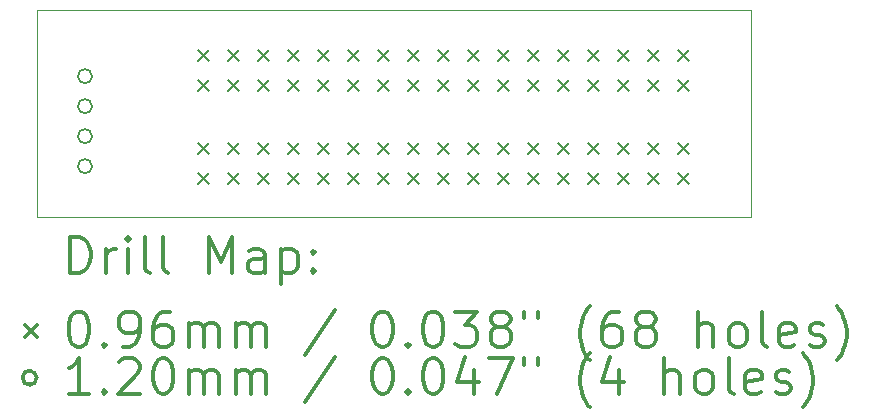
<source format=gbr>
%FSLAX45Y45*%
G04 Gerber Fmt 4.5, Leading zero omitted, Abs format (unit mm)*
G04 Created by KiCad (PCBNEW (5.1.5-0-10_14)) date 2020-02-19 17:33:14*
%MOMM*%
%LPD*%
G04 APERTURE LIST*
%TA.AperFunction,Profile*%
%ADD10C,0.050000*%
%TD*%
%ADD11C,0.200000*%
%ADD12C,0.300000*%
G04 APERTURE END LIST*
D10*
X3810000Y-3225800D02*
X9855200Y-3225800D01*
X3810000Y-4978400D02*
X3810000Y-3225800D01*
X9855200Y-4978400D02*
X3810000Y-4978400D01*
X9855200Y-3225800D02*
X9855200Y-4978400D01*
D11*
X5171450Y-3558550D02*
X5267950Y-3655050D01*
X5267950Y-3558550D02*
X5171450Y-3655050D01*
X5171450Y-3812550D02*
X5267950Y-3909050D01*
X5267950Y-3812550D02*
X5171450Y-3909050D01*
X5425450Y-3558550D02*
X5521950Y-3655050D01*
X5521950Y-3558550D02*
X5425450Y-3655050D01*
X5425450Y-3812550D02*
X5521950Y-3909050D01*
X5521950Y-3812550D02*
X5425450Y-3909050D01*
X5679450Y-3558550D02*
X5775950Y-3655050D01*
X5775950Y-3558550D02*
X5679450Y-3655050D01*
X5679450Y-3812550D02*
X5775950Y-3909050D01*
X5775950Y-3812550D02*
X5679450Y-3909050D01*
X5933450Y-3558550D02*
X6029950Y-3655050D01*
X6029950Y-3558550D02*
X5933450Y-3655050D01*
X5933450Y-3812550D02*
X6029950Y-3909050D01*
X6029950Y-3812550D02*
X5933450Y-3909050D01*
X6187450Y-3558550D02*
X6283950Y-3655050D01*
X6283950Y-3558550D02*
X6187450Y-3655050D01*
X6187450Y-3812550D02*
X6283950Y-3909050D01*
X6283950Y-3812550D02*
X6187450Y-3909050D01*
X6441450Y-3558550D02*
X6537950Y-3655050D01*
X6537950Y-3558550D02*
X6441450Y-3655050D01*
X6441450Y-3812550D02*
X6537950Y-3909050D01*
X6537950Y-3812550D02*
X6441450Y-3909050D01*
X6695450Y-3558550D02*
X6791950Y-3655050D01*
X6791950Y-3558550D02*
X6695450Y-3655050D01*
X6695450Y-3812550D02*
X6791950Y-3909050D01*
X6791950Y-3812550D02*
X6695450Y-3909050D01*
X6949450Y-3558550D02*
X7045950Y-3655050D01*
X7045950Y-3558550D02*
X6949450Y-3655050D01*
X6949450Y-3812550D02*
X7045950Y-3909050D01*
X7045950Y-3812550D02*
X6949450Y-3909050D01*
X7203450Y-3558550D02*
X7299950Y-3655050D01*
X7299950Y-3558550D02*
X7203450Y-3655050D01*
X7203450Y-3812550D02*
X7299950Y-3909050D01*
X7299950Y-3812550D02*
X7203450Y-3909050D01*
X7457450Y-3558550D02*
X7553950Y-3655050D01*
X7553950Y-3558550D02*
X7457450Y-3655050D01*
X7457450Y-3812550D02*
X7553950Y-3909050D01*
X7553950Y-3812550D02*
X7457450Y-3909050D01*
X7711450Y-3558550D02*
X7807950Y-3655050D01*
X7807950Y-3558550D02*
X7711450Y-3655050D01*
X7711450Y-3812550D02*
X7807950Y-3909050D01*
X7807950Y-3812550D02*
X7711450Y-3909050D01*
X7965450Y-3558550D02*
X8061950Y-3655050D01*
X8061950Y-3558550D02*
X7965450Y-3655050D01*
X7965450Y-3812550D02*
X8061950Y-3909050D01*
X8061950Y-3812550D02*
X7965450Y-3909050D01*
X8219450Y-3558550D02*
X8315950Y-3655050D01*
X8315950Y-3558550D02*
X8219450Y-3655050D01*
X8219450Y-3812550D02*
X8315950Y-3909050D01*
X8315950Y-3812550D02*
X8219450Y-3909050D01*
X8473450Y-3558550D02*
X8569950Y-3655050D01*
X8569950Y-3558550D02*
X8473450Y-3655050D01*
X8473450Y-3812550D02*
X8569950Y-3909050D01*
X8569950Y-3812550D02*
X8473450Y-3909050D01*
X8727450Y-3558550D02*
X8823950Y-3655050D01*
X8823950Y-3558550D02*
X8727450Y-3655050D01*
X8727450Y-3812550D02*
X8823950Y-3909050D01*
X8823950Y-3812550D02*
X8727450Y-3909050D01*
X8981450Y-3558550D02*
X9077950Y-3655050D01*
X9077950Y-3558550D02*
X8981450Y-3655050D01*
X8981450Y-3812550D02*
X9077950Y-3909050D01*
X9077950Y-3812550D02*
X8981450Y-3909050D01*
X9235450Y-3558550D02*
X9331950Y-3655050D01*
X9331950Y-3558550D02*
X9235450Y-3655050D01*
X9235450Y-3812550D02*
X9331950Y-3909050D01*
X9331950Y-3812550D02*
X9235450Y-3909050D01*
X5171450Y-4345950D02*
X5267950Y-4442450D01*
X5267950Y-4345950D02*
X5171450Y-4442450D01*
X5171450Y-4599950D02*
X5267950Y-4696450D01*
X5267950Y-4599950D02*
X5171450Y-4696450D01*
X5425450Y-4345950D02*
X5521950Y-4442450D01*
X5521950Y-4345950D02*
X5425450Y-4442450D01*
X5425450Y-4599950D02*
X5521950Y-4696450D01*
X5521950Y-4599950D02*
X5425450Y-4696450D01*
X5679450Y-4345950D02*
X5775950Y-4442450D01*
X5775950Y-4345950D02*
X5679450Y-4442450D01*
X5679450Y-4599950D02*
X5775950Y-4696450D01*
X5775950Y-4599950D02*
X5679450Y-4696450D01*
X5933450Y-4345950D02*
X6029950Y-4442450D01*
X6029950Y-4345950D02*
X5933450Y-4442450D01*
X5933450Y-4599950D02*
X6029950Y-4696450D01*
X6029950Y-4599950D02*
X5933450Y-4696450D01*
X6187450Y-4345950D02*
X6283950Y-4442450D01*
X6283950Y-4345950D02*
X6187450Y-4442450D01*
X6187450Y-4599950D02*
X6283950Y-4696450D01*
X6283950Y-4599950D02*
X6187450Y-4696450D01*
X6441450Y-4345950D02*
X6537950Y-4442450D01*
X6537950Y-4345950D02*
X6441450Y-4442450D01*
X6441450Y-4599950D02*
X6537950Y-4696450D01*
X6537950Y-4599950D02*
X6441450Y-4696450D01*
X6695450Y-4345950D02*
X6791950Y-4442450D01*
X6791950Y-4345950D02*
X6695450Y-4442450D01*
X6695450Y-4599950D02*
X6791950Y-4696450D01*
X6791950Y-4599950D02*
X6695450Y-4696450D01*
X6949450Y-4345950D02*
X7045950Y-4442450D01*
X7045950Y-4345950D02*
X6949450Y-4442450D01*
X6949450Y-4599950D02*
X7045950Y-4696450D01*
X7045950Y-4599950D02*
X6949450Y-4696450D01*
X7203450Y-4345950D02*
X7299950Y-4442450D01*
X7299950Y-4345950D02*
X7203450Y-4442450D01*
X7203450Y-4599950D02*
X7299950Y-4696450D01*
X7299950Y-4599950D02*
X7203450Y-4696450D01*
X7457450Y-4345950D02*
X7553950Y-4442450D01*
X7553950Y-4345950D02*
X7457450Y-4442450D01*
X7457450Y-4599950D02*
X7553950Y-4696450D01*
X7553950Y-4599950D02*
X7457450Y-4696450D01*
X7711450Y-4345950D02*
X7807950Y-4442450D01*
X7807950Y-4345950D02*
X7711450Y-4442450D01*
X7711450Y-4599950D02*
X7807950Y-4696450D01*
X7807950Y-4599950D02*
X7711450Y-4696450D01*
X7965450Y-4345950D02*
X8061950Y-4442450D01*
X8061950Y-4345950D02*
X7965450Y-4442450D01*
X7965450Y-4599950D02*
X8061950Y-4696450D01*
X8061950Y-4599950D02*
X7965450Y-4696450D01*
X8219450Y-4345950D02*
X8315950Y-4442450D01*
X8315950Y-4345950D02*
X8219450Y-4442450D01*
X8219450Y-4599950D02*
X8315950Y-4696450D01*
X8315950Y-4599950D02*
X8219450Y-4696450D01*
X8473450Y-4345950D02*
X8569950Y-4442450D01*
X8569950Y-4345950D02*
X8473450Y-4442450D01*
X8473450Y-4599950D02*
X8569950Y-4696450D01*
X8569950Y-4599950D02*
X8473450Y-4696450D01*
X8727450Y-4345950D02*
X8823950Y-4442450D01*
X8823950Y-4345950D02*
X8727450Y-4442450D01*
X8727450Y-4599950D02*
X8823950Y-4696450D01*
X8823950Y-4599950D02*
X8727450Y-4696450D01*
X8981450Y-4345950D02*
X9077950Y-4442450D01*
X9077950Y-4345950D02*
X8981450Y-4442450D01*
X8981450Y-4599950D02*
X9077950Y-4696450D01*
X9077950Y-4599950D02*
X8981450Y-4696450D01*
X9235450Y-4345950D02*
X9331950Y-4442450D01*
X9331950Y-4345950D02*
X9235450Y-4442450D01*
X9235450Y-4599950D02*
X9331950Y-4696450D01*
X9331950Y-4599950D02*
X9235450Y-4696450D01*
X4276400Y-3784600D02*
G75*
G03X4276400Y-3784600I-60000J0D01*
G01*
X4276400Y-4038600D02*
G75*
G03X4276400Y-4038600I-60000J0D01*
G01*
X4276400Y-4292600D02*
G75*
G03X4276400Y-4292600I-60000J0D01*
G01*
X4276400Y-4546600D02*
G75*
G03X4276400Y-4546600I-60000J0D01*
G01*
D12*
X4093928Y-5446614D02*
X4093928Y-5146614D01*
X4165357Y-5146614D01*
X4208214Y-5160900D01*
X4236786Y-5189472D01*
X4251071Y-5218043D01*
X4265357Y-5275186D01*
X4265357Y-5318043D01*
X4251071Y-5375186D01*
X4236786Y-5403757D01*
X4208214Y-5432329D01*
X4165357Y-5446614D01*
X4093928Y-5446614D01*
X4393928Y-5446614D02*
X4393928Y-5246614D01*
X4393928Y-5303757D02*
X4408214Y-5275186D01*
X4422500Y-5260900D01*
X4451071Y-5246614D01*
X4479643Y-5246614D01*
X4579643Y-5446614D02*
X4579643Y-5246614D01*
X4579643Y-5146614D02*
X4565357Y-5160900D01*
X4579643Y-5175186D01*
X4593928Y-5160900D01*
X4579643Y-5146614D01*
X4579643Y-5175186D01*
X4765357Y-5446614D02*
X4736786Y-5432329D01*
X4722500Y-5403757D01*
X4722500Y-5146614D01*
X4922500Y-5446614D02*
X4893928Y-5432329D01*
X4879643Y-5403757D01*
X4879643Y-5146614D01*
X5265357Y-5446614D02*
X5265357Y-5146614D01*
X5365357Y-5360900D01*
X5465357Y-5146614D01*
X5465357Y-5446614D01*
X5736786Y-5446614D02*
X5736786Y-5289472D01*
X5722500Y-5260900D01*
X5693928Y-5246614D01*
X5636786Y-5246614D01*
X5608214Y-5260900D01*
X5736786Y-5432329D02*
X5708214Y-5446614D01*
X5636786Y-5446614D01*
X5608214Y-5432329D01*
X5593928Y-5403757D01*
X5593928Y-5375186D01*
X5608214Y-5346614D01*
X5636786Y-5332329D01*
X5708214Y-5332329D01*
X5736786Y-5318043D01*
X5879643Y-5246614D02*
X5879643Y-5546614D01*
X5879643Y-5260900D02*
X5908214Y-5246614D01*
X5965357Y-5246614D01*
X5993928Y-5260900D01*
X6008214Y-5275186D01*
X6022500Y-5303757D01*
X6022500Y-5389472D01*
X6008214Y-5418043D01*
X5993928Y-5432329D01*
X5965357Y-5446614D01*
X5908214Y-5446614D01*
X5879643Y-5432329D01*
X6151071Y-5418043D02*
X6165357Y-5432329D01*
X6151071Y-5446614D01*
X6136786Y-5432329D01*
X6151071Y-5418043D01*
X6151071Y-5446614D01*
X6151071Y-5260900D02*
X6165357Y-5275186D01*
X6151071Y-5289472D01*
X6136786Y-5275186D01*
X6151071Y-5260900D01*
X6151071Y-5289472D01*
X3711000Y-5892650D02*
X3807500Y-5989150D01*
X3807500Y-5892650D02*
X3711000Y-5989150D01*
X4151071Y-5776614D02*
X4179643Y-5776614D01*
X4208214Y-5790900D01*
X4222500Y-5805186D01*
X4236786Y-5833757D01*
X4251071Y-5890900D01*
X4251071Y-5962329D01*
X4236786Y-6019471D01*
X4222500Y-6048043D01*
X4208214Y-6062329D01*
X4179643Y-6076614D01*
X4151071Y-6076614D01*
X4122500Y-6062329D01*
X4108214Y-6048043D01*
X4093928Y-6019471D01*
X4079643Y-5962329D01*
X4079643Y-5890900D01*
X4093928Y-5833757D01*
X4108214Y-5805186D01*
X4122500Y-5790900D01*
X4151071Y-5776614D01*
X4379643Y-6048043D02*
X4393928Y-6062329D01*
X4379643Y-6076614D01*
X4365357Y-6062329D01*
X4379643Y-6048043D01*
X4379643Y-6076614D01*
X4536786Y-6076614D02*
X4593928Y-6076614D01*
X4622500Y-6062329D01*
X4636786Y-6048043D01*
X4665357Y-6005186D01*
X4679643Y-5948043D01*
X4679643Y-5833757D01*
X4665357Y-5805186D01*
X4651071Y-5790900D01*
X4622500Y-5776614D01*
X4565357Y-5776614D01*
X4536786Y-5790900D01*
X4522500Y-5805186D01*
X4508214Y-5833757D01*
X4508214Y-5905186D01*
X4522500Y-5933757D01*
X4536786Y-5948043D01*
X4565357Y-5962329D01*
X4622500Y-5962329D01*
X4651071Y-5948043D01*
X4665357Y-5933757D01*
X4679643Y-5905186D01*
X4936786Y-5776614D02*
X4879643Y-5776614D01*
X4851071Y-5790900D01*
X4836786Y-5805186D01*
X4808214Y-5848043D01*
X4793928Y-5905186D01*
X4793928Y-6019471D01*
X4808214Y-6048043D01*
X4822500Y-6062329D01*
X4851071Y-6076614D01*
X4908214Y-6076614D01*
X4936786Y-6062329D01*
X4951071Y-6048043D01*
X4965357Y-6019471D01*
X4965357Y-5948043D01*
X4951071Y-5919471D01*
X4936786Y-5905186D01*
X4908214Y-5890900D01*
X4851071Y-5890900D01*
X4822500Y-5905186D01*
X4808214Y-5919471D01*
X4793928Y-5948043D01*
X5093928Y-6076614D02*
X5093928Y-5876614D01*
X5093928Y-5905186D02*
X5108214Y-5890900D01*
X5136786Y-5876614D01*
X5179643Y-5876614D01*
X5208214Y-5890900D01*
X5222500Y-5919471D01*
X5222500Y-6076614D01*
X5222500Y-5919471D02*
X5236786Y-5890900D01*
X5265357Y-5876614D01*
X5308214Y-5876614D01*
X5336786Y-5890900D01*
X5351071Y-5919471D01*
X5351071Y-6076614D01*
X5493928Y-6076614D02*
X5493928Y-5876614D01*
X5493928Y-5905186D02*
X5508214Y-5890900D01*
X5536786Y-5876614D01*
X5579643Y-5876614D01*
X5608214Y-5890900D01*
X5622500Y-5919471D01*
X5622500Y-6076614D01*
X5622500Y-5919471D02*
X5636786Y-5890900D01*
X5665357Y-5876614D01*
X5708214Y-5876614D01*
X5736786Y-5890900D01*
X5751071Y-5919471D01*
X5751071Y-6076614D01*
X6336786Y-5762329D02*
X6079643Y-6148043D01*
X6722500Y-5776614D02*
X6751071Y-5776614D01*
X6779643Y-5790900D01*
X6793928Y-5805186D01*
X6808214Y-5833757D01*
X6822500Y-5890900D01*
X6822500Y-5962329D01*
X6808214Y-6019471D01*
X6793928Y-6048043D01*
X6779643Y-6062329D01*
X6751071Y-6076614D01*
X6722500Y-6076614D01*
X6693928Y-6062329D01*
X6679643Y-6048043D01*
X6665357Y-6019471D01*
X6651071Y-5962329D01*
X6651071Y-5890900D01*
X6665357Y-5833757D01*
X6679643Y-5805186D01*
X6693928Y-5790900D01*
X6722500Y-5776614D01*
X6951071Y-6048043D02*
X6965357Y-6062329D01*
X6951071Y-6076614D01*
X6936786Y-6062329D01*
X6951071Y-6048043D01*
X6951071Y-6076614D01*
X7151071Y-5776614D02*
X7179643Y-5776614D01*
X7208214Y-5790900D01*
X7222500Y-5805186D01*
X7236786Y-5833757D01*
X7251071Y-5890900D01*
X7251071Y-5962329D01*
X7236786Y-6019471D01*
X7222500Y-6048043D01*
X7208214Y-6062329D01*
X7179643Y-6076614D01*
X7151071Y-6076614D01*
X7122500Y-6062329D01*
X7108214Y-6048043D01*
X7093928Y-6019471D01*
X7079643Y-5962329D01*
X7079643Y-5890900D01*
X7093928Y-5833757D01*
X7108214Y-5805186D01*
X7122500Y-5790900D01*
X7151071Y-5776614D01*
X7351071Y-5776614D02*
X7536786Y-5776614D01*
X7436786Y-5890900D01*
X7479643Y-5890900D01*
X7508214Y-5905186D01*
X7522500Y-5919471D01*
X7536786Y-5948043D01*
X7536786Y-6019471D01*
X7522500Y-6048043D01*
X7508214Y-6062329D01*
X7479643Y-6076614D01*
X7393928Y-6076614D01*
X7365357Y-6062329D01*
X7351071Y-6048043D01*
X7708214Y-5905186D02*
X7679643Y-5890900D01*
X7665357Y-5876614D01*
X7651071Y-5848043D01*
X7651071Y-5833757D01*
X7665357Y-5805186D01*
X7679643Y-5790900D01*
X7708214Y-5776614D01*
X7765357Y-5776614D01*
X7793928Y-5790900D01*
X7808214Y-5805186D01*
X7822500Y-5833757D01*
X7822500Y-5848043D01*
X7808214Y-5876614D01*
X7793928Y-5890900D01*
X7765357Y-5905186D01*
X7708214Y-5905186D01*
X7679643Y-5919471D01*
X7665357Y-5933757D01*
X7651071Y-5962329D01*
X7651071Y-6019471D01*
X7665357Y-6048043D01*
X7679643Y-6062329D01*
X7708214Y-6076614D01*
X7765357Y-6076614D01*
X7793928Y-6062329D01*
X7808214Y-6048043D01*
X7822500Y-6019471D01*
X7822500Y-5962329D01*
X7808214Y-5933757D01*
X7793928Y-5919471D01*
X7765357Y-5905186D01*
X7936786Y-5776614D02*
X7936786Y-5833757D01*
X8051071Y-5776614D02*
X8051071Y-5833757D01*
X8493928Y-6190900D02*
X8479643Y-6176614D01*
X8451071Y-6133757D01*
X8436786Y-6105186D01*
X8422500Y-6062329D01*
X8408214Y-5990900D01*
X8408214Y-5933757D01*
X8422500Y-5862329D01*
X8436786Y-5819471D01*
X8451071Y-5790900D01*
X8479643Y-5748043D01*
X8493928Y-5733757D01*
X8736786Y-5776614D02*
X8679643Y-5776614D01*
X8651071Y-5790900D01*
X8636786Y-5805186D01*
X8608214Y-5848043D01*
X8593928Y-5905186D01*
X8593928Y-6019471D01*
X8608214Y-6048043D01*
X8622500Y-6062329D01*
X8651071Y-6076614D01*
X8708214Y-6076614D01*
X8736786Y-6062329D01*
X8751071Y-6048043D01*
X8765357Y-6019471D01*
X8765357Y-5948043D01*
X8751071Y-5919471D01*
X8736786Y-5905186D01*
X8708214Y-5890900D01*
X8651071Y-5890900D01*
X8622500Y-5905186D01*
X8608214Y-5919471D01*
X8593928Y-5948043D01*
X8936786Y-5905186D02*
X8908214Y-5890900D01*
X8893928Y-5876614D01*
X8879643Y-5848043D01*
X8879643Y-5833757D01*
X8893928Y-5805186D01*
X8908214Y-5790900D01*
X8936786Y-5776614D01*
X8993928Y-5776614D01*
X9022500Y-5790900D01*
X9036786Y-5805186D01*
X9051071Y-5833757D01*
X9051071Y-5848043D01*
X9036786Y-5876614D01*
X9022500Y-5890900D01*
X8993928Y-5905186D01*
X8936786Y-5905186D01*
X8908214Y-5919471D01*
X8893928Y-5933757D01*
X8879643Y-5962329D01*
X8879643Y-6019471D01*
X8893928Y-6048043D01*
X8908214Y-6062329D01*
X8936786Y-6076614D01*
X8993928Y-6076614D01*
X9022500Y-6062329D01*
X9036786Y-6048043D01*
X9051071Y-6019471D01*
X9051071Y-5962329D01*
X9036786Y-5933757D01*
X9022500Y-5919471D01*
X8993928Y-5905186D01*
X9408214Y-6076614D02*
X9408214Y-5776614D01*
X9536786Y-6076614D02*
X9536786Y-5919471D01*
X9522500Y-5890900D01*
X9493928Y-5876614D01*
X9451071Y-5876614D01*
X9422500Y-5890900D01*
X9408214Y-5905186D01*
X9722500Y-6076614D02*
X9693928Y-6062329D01*
X9679643Y-6048043D01*
X9665357Y-6019471D01*
X9665357Y-5933757D01*
X9679643Y-5905186D01*
X9693928Y-5890900D01*
X9722500Y-5876614D01*
X9765357Y-5876614D01*
X9793928Y-5890900D01*
X9808214Y-5905186D01*
X9822500Y-5933757D01*
X9822500Y-6019471D01*
X9808214Y-6048043D01*
X9793928Y-6062329D01*
X9765357Y-6076614D01*
X9722500Y-6076614D01*
X9993928Y-6076614D02*
X9965357Y-6062329D01*
X9951071Y-6033757D01*
X9951071Y-5776614D01*
X10222500Y-6062329D02*
X10193928Y-6076614D01*
X10136786Y-6076614D01*
X10108214Y-6062329D01*
X10093928Y-6033757D01*
X10093928Y-5919471D01*
X10108214Y-5890900D01*
X10136786Y-5876614D01*
X10193928Y-5876614D01*
X10222500Y-5890900D01*
X10236786Y-5919471D01*
X10236786Y-5948043D01*
X10093928Y-5976614D01*
X10351071Y-6062329D02*
X10379643Y-6076614D01*
X10436786Y-6076614D01*
X10465357Y-6062329D01*
X10479643Y-6033757D01*
X10479643Y-6019471D01*
X10465357Y-5990900D01*
X10436786Y-5976614D01*
X10393928Y-5976614D01*
X10365357Y-5962329D01*
X10351071Y-5933757D01*
X10351071Y-5919471D01*
X10365357Y-5890900D01*
X10393928Y-5876614D01*
X10436786Y-5876614D01*
X10465357Y-5890900D01*
X10579643Y-6190900D02*
X10593928Y-6176614D01*
X10622500Y-6133757D01*
X10636786Y-6105186D01*
X10651071Y-6062329D01*
X10665357Y-5990900D01*
X10665357Y-5933757D01*
X10651071Y-5862329D01*
X10636786Y-5819471D01*
X10622500Y-5790900D01*
X10593928Y-5748043D01*
X10579643Y-5733757D01*
X3807500Y-6336900D02*
G75*
G03X3807500Y-6336900I-60000J0D01*
G01*
X4251071Y-6472614D02*
X4079643Y-6472614D01*
X4165357Y-6472614D02*
X4165357Y-6172614D01*
X4136786Y-6215471D01*
X4108214Y-6244043D01*
X4079643Y-6258329D01*
X4379643Y-6444043D02*
X4393928Y-6458329D01*
X4379643Y-6472614D01*
X4365357Y-6458329D01*
X4379643Y-6444043D01*
X4379643Y-6472614D01*
X4508214Y-6201186D02*
X4522500Y-6186900D01*
X4551071Y-6172614D01*
X4622500Y-6172614D01*
X4651071Y-6186900D01*
X4665357Y-6201186D01*
X4679643Y-6229757D01*
X4679643Y-6258329D01*
X4665357Y-6301186D01*
X4493928Y-6472614D01*
X4679643Y-6472614D01*
X4865357Y-6172614D02*
X4893928Y-6172614D01*
X4922500Y-6186900D01*
X4936786Y-6201186D01*
X4951071Y-6229757D01*
X4965357Y-6286900D01*
X4965357Y-6358329D01*
X4951071Y-6415471D01*
X4936786Y-6444043D01*
X4922500Y-6458329D01*
X4893928Y-6472614D01*
X4865357Y-6472614D01*
X4836786Y-6458329D01*
X4822500Y-6444043D01*
X4808214Y-6415471D01*
X4793928Y-6358329D01*
X4793928Y-6286900D01*
X4808214Y-6229757D01*
X4822500Y-6201186D01*
X4836786Y-6186900D01*
X4865357Y-6172614D01*
X5093928Y-6472614D02*
X5093928Y-6272614D01*
X5093928Y-6301186D02*
X5108214Y-6286900D01*
X5136786Y-6272614D01*
X5179643Y-6272614D01*
X5208214Y-6286900D01*
X5222500Y-6315471D01*
X5222500Y-6472614D01*
X5222500Y-6315471D02*
X5236786Y-6286900D01*
X5265357Y-6272614D01*
X5308214Y-6272614D01*
X5336786Y-6286900D01*
X5351071Y-6315471D01*
X5351071Y-6472614D01*
X5493928Y-6472614D02*
X5493928Y-6272614D01*
X5493928Y-6301186D02*
X5508214Y-6286900D01*
X5536786Y-6272614D01*
X5579643Y-6272614D01*
X5608214Y-6286900D01*
X5622500Y-6315471D01*
X5622500Y-6472614D01*
X5622500Y-6315471D02*
X5636786Y-6286900D01*
X5665357Y-6272614D01*
X5708214Y-6272614D01*
X5736786Y-6286900D01*
X5751071Y-6315471D01*
X5751071Y-6472614D01*
X6336786Y-6158329D02*
X6079643Y-6544043D01*
X6722500Y-6172614D02*
X6751071Y-6172614D01*
X6779643Y-6186900D01*
X6793928Y-6201186D01*
X6808214Y-6229757D01*
X6822500Y-6286900D01*
X6822500Y-6358329D01*
X6808214Y-6415471D01*
X6793928Y-6444043D01*
X6779643Y-6458329D01*
X6751071Y-6472614D01*
X6722500Y-6472614D01*
X6693928Y-6458329D01*
X6679643Y-6444043D01*
X6665357Y-6415471D01*
X6651071Y-6358329D01*
X6651071Y-6286900D01*
X6665357Y-6229757D01*
X6679643Y-6201186D01*
X6693928Y-6186900D01*
X6722500Y-6172614D01*
X6951071Y-6444043D02*
X6965357Y-6458329D01*
X6951071Y-6472614D01*
X6936786Y-6458329D01*
X6951071Y-6444043D01*
X6951071Y-6472614D01*
X7151071Y-6172614D02*
X7179643Y-6172614D01*
X7208214Y-6186900D01*
X7222500Y-6201186D01*
X7236786Y-6229757D01*
X7251071Y-6286900D01*
X7251071Y-6358329D01*
X7236786Y-6415471D01*
X7222500Y-6444043D01*
X7208214Y-6458329D01*
X7179643Y-6472614D01*
X7151071Y-6472614D01*
X7122500Y-6458329D01*
X7108214Y-6444043D01*
X7093928Y-6415471D01*
X7079643Y-6358329D01*
X7079643Y-6286900D01*
X7093928Y-6229757D01*
X7108214Y-6201186D01*
X7122500Y-6186900D01*
X7151071Y-6172614D01*
X7508214Y-6272614D02*
X7508214Y-6472614D01*
X7436786Y-6158329D02*
X7365357Y-6372614D01*
X7551071Y-6372614D01*
X7636786Y-6172614D02*
X7836786Y-6172614D01*
X7708214Y-6472614D01*
X7936786Y-6172614D02*
X7936786Y-6229757D01*
X8051071Y-6172614D02*
X8051071Y-6229757D01*
X8493928Y-6586900D02*
X8479643Y-6572614D01*
X8451071Y-6529757D01*
X8436786Y-6501186D01*
X8422500Y-6458329D01*
X8408214Y-6386900D01*
X8408214Y-6329757D01*
X8422500Y-6258329D01*
X8436786Y-6215471D01*
X8451071Y-6186900D01*
X8479643Y-6144043D01*
X8493928Y-6129757D01*
X8736786Y-6272614D02*
X8736786Y-6472614D01*
X8665357Y-6158329D02*
X8593928Y-6372614D01*
X8779643Y-6372614D01*
X9122500Y-6472614D02*
X9122500Y-6172614D01*
X9251071Y-6472614D02*
X9251071Y-6315471D01*
X9236786Y-6286900D01*
X9208214Y-6272614D01*
X9165357Y-6272614D01*
X9136786Y-6286900D01*
X9122500Y-6301186D01*
X9436786Y-6472614D02*
X9408214Y-6458329D01*
X9393928Y-6444043D01*
X9379643Y-6415471D01*
X9379643Y-6329757D01*
X9393928Y-6301186D01*
X9408214Y-6286900D01*
X9436786Y-6272614D01*
X9479643Y-6272614D01*
X9508214Y-6286900D01*
X9522500Y-6301186D01*
X9536786Y-6329757D01*
X9536786Y-6415471D01*
X9522500Y-6444043D01*
X9508214Y-6458329D01*
X9479643Y-6472614D01*
X9436786Y-6472614D01*
X9708214Y-6472614D02*
X9679643Y-6458329D01*
X9665357Y-6429757D01*
X9665357Y-6172614D01*
X9936786Y-6458329D02*
X9908214Y-6472614D01*
X9851071Y-6472614D01*
X9822500Y-6458329D01*
X9808214Y-6429757D01*
X9808214Y-6315471D01*
X9822500Y-6286900D01*
X9851071Y-6272614D01*
X9908214Y-6272614D01*
X9936786Y-6286900D01*
X9951071Y-6315471D01*
X9951071Y-6344043D01*
X9808214Y-6372614D01*
X10065357Y-6458329D02*
X10093928Y-6472614D01*
X10151071Y-6472614D01*
X10179643Y-6458329D01*
X10193928Y-6429757D01*
X10193928Y-6415471D01*
X10179643Y-6386900D01*
X10151071Y-6372614D01*
X10108214Y-6372614D01*
X10079643Y-6358329D01*
X10065357Y-6329757D01*
X10065357Y-6315471D01*
X10079643Y-6286900D01*
X10108214Y-6272614D01*
X10151071Y-6272614D01*
X10179643Y-6286900D01*
X10293928Y-6586900D02*
X10308214Y-6572614D01*
X10336786Y-6529757D01*
X10351071Y-6501186D01*
X10365357Y-6458329D01*
X10379643Y-6386900D01*
X10379643Y-6329757D01*
X10365357Y-6258329D01*
X10351071Y-6215471D01*
X10336786Y-6186900D01*
X10308214Y-6144043D01*
X10293928Y-6129757D01*
M02*

</source>
